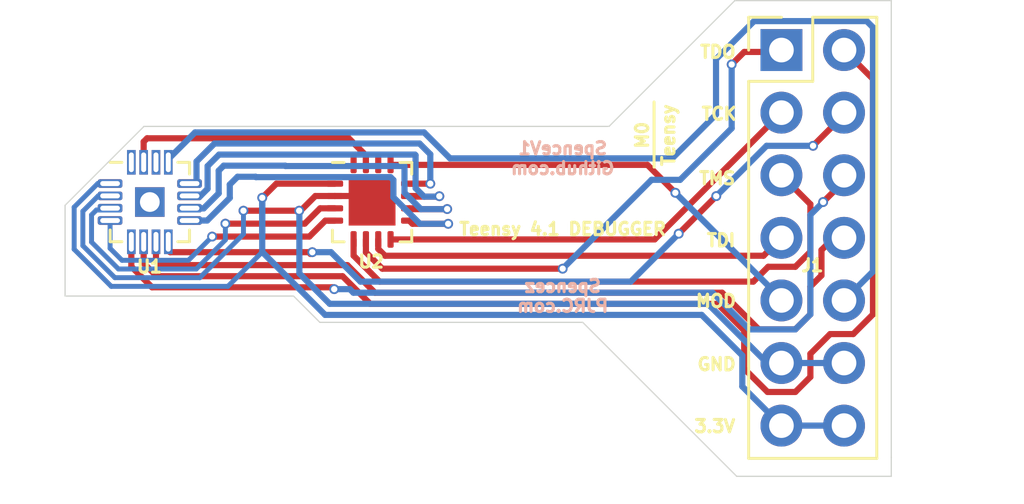
<source format=kicad_pcb>
(kicad_pcb (version 20171130) (host pcbnew "(5.1.9)-1")

  (general
    (thickness 1.6)
    (drawings 25)
    (tracks 229)
    (zones 0)
    (modules 3)
    (nets 25)
  )

  (page A4)
  (layers
    (0 F.Cu signal)
    (31 B.Cu signal)
    (32 B.Adhes user hide)
    (33 F.Adhes user hide)
    (34 B.Paste user hide)
    (35 F.Paste user hide)
    (36 B.SilkS user)
    (37 F.SilkS user)
    (38 B.Mask user)
    (39 F.Mask user)
    (40 Dwgs.User user)
    (41 Cmts.User user)
    (42 Eco1.User user)
    (43 Eco2.User user)
    (44 Edge.Cuts user)
    (45 Margin user)
    (46 B.CrtYd user)
    (47 F.CrtYd user)
    (48 B.Fab user)
    (49 F.Fab user)
  )

  (setup
    (last_trace_width 0.2)
    (trace_clearance 0.1524)
    (zone_clearance 0.508)
    (zone_45_only no)
    (trace_min 0.2)
    (via_size 0.8)
    (via_drill 0.4)
    (via_min_size 0.4)
    (via_min_drill 0.3)
    (uvia_size 0.3)
    (uvia_drill 0.1)
    (uvias_allowed no)
    (uvia_min_size 0.2)
    (uvia_min_drill 0.1)
    (edge_width 0.05)
    (segment_width 0.2)
    (pcb_text_width 0.3)
    (pcb_text_size 1.5 1.5)
    (mod_edge_width 0.12)
    (mod_text_size 1 1)
    (mod_text_width 0.15)
    (pad_size 1.2 1.2)
    (pad_drill 0.8)
    (pad_to_mask_clearance 0)
    (aux_axis_origin 0 0)
    (visible_elements 7FFFFFFF)
    (pcbplotparams
      (layerselection 0x010fc_ffffffff)
      (usegerberextensions false)
      (usegerberattributes true)
      (usegerberadvancedattributes true)
      (creategerberjobfile true)
      (excludeedgelayer true)
      (linewidth 0.100000)
      (plotframeref false)
      (viasonmask false)
      (mode 1)
      (useauxorigin false)
      (hpglpennumber 1)
      (hpglpenspeed 20)
      (hpglpendiameter 15.000000)
      (psnegative false)
      (psa4output false)
      (plotreference true)
      (plotvalue true)
      (plotinvisibletext false)
      (padsonsilk false)
      (subtractmaskfromsilk false)
      (outputformat 1)
      (mirror false)
      (drillshape 1)
      (scaleselection 1)
      (outputdirectory ""))
  )

  (net 0 "")
  (net 1 "Net-(U1-Pad3)")
  (net 2 "Net-(U1-Pad4)")
  (net 3 "Net-(U1-Pad14)")
  (net 4 "Net-(U1-Pad15)")
  (net 5 "Net-(U1-Pad16)")
  (net 6 "Net-(U1-Pad17)")
  (net 7 "Net-(J1-Pad6)")
  (net 8 "Net-(J1-Pad5)")
  (net 9 "Net-(J1-Pad4)")
  (net 10 "Net-(J1-Pad3)")
  (net 11 "Net-(J1-Pad2)")
  (net 12 "Net-(J1-Pad1)")
  (net 13 "Net-(J1-Pad7)")
  (net 14 "Net-(J1-Pad8)")
  (net 15 "Net-(J1-Pad9)")
  (net 16 "Net-(J1-Pad10)")
  (net 17 "Net-(J1-Pad11)")
  (net 18 "Net-(J1-Pad13)")
  (net 19 "Net-(U1-Pad12)")
  (net 20 "Net-(U1-Pad11)")
  (net 21 "Net-(U1-Pad10)")
  (net 22 "Net-(U1-Pad9)")
  (net 23 "Net-(U2-Pad14)")
  (net 24 "Net-(U2-Pad16)")

  (net_class Default "This is the default net class."
    (clearance 0.1524)
    (trace_width 0.2)
    (via_dia 0.8)
    (via_drill 0.4)
    (uvia_dia 0.3)
    (uvia_drill 0.1)
    (add_net "Net-(J1-Pad1)")
    (add_net "Net-(J1-Pad10)")
    (add_net "Net-(J1-Pad11)")
    (add_net "Net-(J1-Pad13)")
    (add_net "Net-(J1-Pad2)")
    (add_net "Net-(J1-Pad3)")
    (add_net "Net-(J1-Pad4)")
    (add_net "Net-(J1-Pad5)")
    (add_net "Net-(J1-Pad6)")
    (add_net "Net-(J1-Pad7)")
    (add_net "Net-(J1-Pad8)")
    (add_net "Net-(J1-Pad9)")
    (add_net "Net-(U1-Pad10)")
    (add_net "Net-(U1-Pad11)")
    (add_net "Net-(U1-Pad12)")
    (add_net "Net-(U1-Pad14)")
    (add_net "Net-(U1-Pad15)")
    (add_net "Net-(U1-Pad16)")
    (add_net "Net-(U1-Pad17)")
    (add_net "Net-(U1-Pad3)")
    (add_net "Net-(U1-Pad4)")
    (add_net "Net-(U1-Pad9)")
    (add_net "Net-(U2-Pad14)")
    (add_net "Net-(U2-Pad16)")
  )

  (module Package_DFN_QFN:QFN-16-1EP_3x3mm_P0.5mm_EP1.9x1.9mm (layer F.Cu) (tedit 60063384) (tstamp 5FF2D162)
    (at 116.08816 97.53092)
    (descr "QFN, 16 Pin (https://www.nxp.com/docs/en/package-information/98ASA00525D.pdf), generated with kicad-footprint-generator ipc_noLead_generator.py")
    (tags "QFN NoLead")
    (path /5FEF7CA2)
    (attr smd)
    (fp_text reference U1 (at -0.01016 2.62128) (layer F.SilkS)
      (effects (font (size 0.5 0.5) (thickness 0.125)))
    )
    (fp_text value MKL02Z32VFG4 (at -0.26416 5.46608) (layer F.Fab)
      (effects (font (size 1 1) (thickness 0.15)))
    )
    (fp_line (start 1.135 -1.61) (end 1.61 -1.61) (layer F.SilkS) (width 0.12))
    (fp_line (start 1.61 -1.61) (end 1.61 -1.135) (layer F.SilkS) (width 0.12))
    (fp_line (start -1.135 1.61) (end -1.61 1.61) (layer F.SilkS) (width 0.12))
    (fp_line (start -1.61 1.61) (end -1.61 1.135) (layer F.SilkS) (width 0.12))
    (fp_line (start 1.135 1.61) (end 1.61 1.61) (layer F.SilkS) (width 0.12))
    (fp_line (start 1.61 1.61) (end 1.61 1.135) (layer F.SilkS) (width 0.12))
    (fp_line (start -1.135 -1.61) (end -1.61 -1.61) (layer F.SilkS) (width 0.12))
    (fp_line (start -0.75 -1.5) (end 1.5 -1.5) (layer F.Fab) (width 0.1))
    (fp_line (start 1.5 -1.5) (end 1.5 1.5) (layer F.Fab) (width 0.1))
    (fp_line (start 1.5 1.5) (end -1.5 1.5) (layer F.Fab) (width 0.1))
    (fp_line (start -1.5 1.5) (end -1.5 -0.75) (layer F.Fab) (width 0.1))
    (fp_line (start -1.5 -0.75) (end -0.75 -1.5) (layer F.Fab) (width 0.1))
    (fp_line (start -2.1 -2.1) (end -2.1 2.1) (layer F.CrtYd) (width 0.05))
    (fp_line (start -2.1 2.1) (end 2.1 2.1) (layer F.CrtYd) (width 0.05))
    (fp_line (start 2.1 2.1) (end 2.1 -2.1) (layer F.CrtYd) (width 0.05))
    (fp_line (start 2.1 -2.1) (end -2.1 -2.1) (layer F.CrtYd) (width 0.05))
    (fp_text user %R (at 0 0) (layer F.Fab)
      (effects (font (size 0.75 0.75) (thickness 0.11)))
    )
    (pad "" smd roundrect (at 0.475 0.475) (size 0.77 0.77) (layers F.Paste) (roundrect_rratio 0.25))
    (pad "" smd roundrect (at 0.475 -0.475) (size 0.77 0.77) (layers F.Paste) (roundrect_rratio 0.25))
    (pad "" smd roundrect (at -0.475 0.475) (size 0.77 0.77) (layers F.Paste) (roundrect_rratio 0.25))
    (pad "" smd roundrect (at -0.475 -0.475) (size 0.77 0.77) (layers F.Paste) (roundrect_rratio 0.25))
    (pad 17 thru_hole rect (at 0 0) (size 1.2 1.2) (drill 0.8) (layers *.Cu *.Mask)
      (net 6 "Net-(U1-Pad17)"))
    (pad 16 thru_hole rect (at -0.75 -1.6125) (size 0.35 1) (drill oval 0.2 0.8) (layers *.Cu *.Mask)
      (net 5 "Net-(U1-Pad16)"))
    (pad 15 thru_hole rect (at -0.25 -1.6125) (size 0.35 1) (drill oval 0.2 0.8) (layers *.Cu *.Mask)
      (net 4 "Net-(U1-Pad15)"))
    (pad 14 thru_hole rect (at 0.25 -1.6125) (size 0.35 1) (drill oval 0.2 0.8) (layers *.Cu *.Mask)
      (net 3 "Net-(U1-Pad14)"))
    (pad 13 thru_hole rect (at 0.75 -1.6125) (size 0.35 1) (drill oval 0.2 0.8) (layers *.Cu *.Mask)
      (net 16 "Net-(J1-Pad10)"))
    (pad 12 thru_hole roundrect (at 1.6125 -0.75) (size 1 0.35) (drill oval 0.8 0.2) (layers *.Cu *.Mask) (roundrect_rratio 0.25)
      (net 19 "Net-(U1-Pad12)"))
    (pad 11 thru_hole roundrect (at 1.6125 -0.25) (size 1 0.35) (drill oval 0.8 0.2) (layers *.Cu *.Mask) (roundrect_rratio 0.25)
      (net 20 "Net-(U1-Pad11)"))
    (pad 10 thru_hole roundrect (at 1.6125 0.25) (size 1 0.35) (drill oval 0.8 0.2) (layers *.Cu *.Mask) (roundrect_rratio 0.25)
      (net 21 "Net-(U1-Pad10)"))
    (pad 9 thru_hole roundrect (at 1.6125 0.75) (size 1 0.35) (drill oval 0.8 0.2) (layers *.Cu *.Mask) (roundrect_rratio 0.25)
      (net 22 "Net-(U1-Pad9)"))
    (pad 8 thru_hole rect (at 0.75 1.6125) (size 0.35 1) (drill oval 0.2 0.8) (layers *.Cu *.Mask)
      (net 9 "Net-(J1-Pad4)") (clearance 0.00001))
    (pad 7 thru_hole rect (at 0.25 1.6125) (size 0.35 1) (drill oval 0.2 0.8) (layers *.Cu *.Mask)
      (net 14 "Net-(J1-Pad8)") (clearance 0.000001))
    (pad 6 thru_hole rect (at -0.25 1.6125) (size 0.35 1) (drill oval 0.2 0.8) (layers *.Cu *.Mask)
      (net 11 "Net-(J1-Pad2)") (solder_mask_margin 0.000001) (clearance 0.00001))
    (pad 5 thru_hole rect (at -0.75 1.6125) (size 0.35 1) (drill oval 0.2 0.8) (layers *.Cu *.Mask)
      (net 7 "Net-(J1-Pad6)") (clearance 0.00001))
    (pad 4 thru_hole roundrect (at -1.6125 0.75) (size 1 0.35) (drill oval 0.8 0.2) (layers *.Cu *.Mask) (roundrect_rratio 0.25)
      (net 2 "Net-(U1-Pad4)") (clearance 0.0001))
    (pad 3 thru_hole roundrect (at -1.6125 0.25) (size 1 0.35) (drill oval 0.8 0.2) (layers *.Cu *.Mask) (roundrect_rratio 0.25)
      (net 1 "Net-(U1-Pad3)") (clearance 0.0001))
    (pad 2 thru_hole roundrect (at -1.6125 -0.25) (size 1 0.35) (drill oval 0.8 0.2) (layers *.Cu *.Mask) (roundrect_rratio 0.25)
      (net 17 "Net-(J1-Pad11)") (clearance 0.0001))
    (pad 1 thru_hole roundrect (at -1.6125 -0.75) (size 1 0.35) (drill oval 0.8 0.2) (layers *.Cu *.Mask) (roundrect_rratio 0.25)
      (net 18 "Net-(J1-Pad13)") (clearance 0.00001))
    (model ${KISYS3DMOD}/Package_DFN_QFN.3dshapes/QFN-16-1EP_3x3mm_P0.5mm_EP1.9x1.9mm.wrl
      (at (xyz 0 0 0))
      (scale (xyz 1 1 1))
      (rotate (xyz 0 0 0))
    )
    (model "3D Models/Teensy_4.1_Assembly.STEP"
      (offset (xyz -3.25 -20.95 -2))
      (scale (xyz 1 1 1))
      (rotate (xyz 0 0 90))
    )
  )

  (module Connector_PinHeader_2.54mm:PinHeader_2x07_P2.54mm_Vertical (layer F.Cu) (tedit 59FED5CC) (tstamp 5FF2F54D)
    (at 141.7193 91.3638)
    (descr "Through hole straight pin header, 2x07, 2.54mm pitch, double rows")
    (tags "Through hole pin header THT 2x07 2.54mm double row")
    (path /5FF34813)
    (fp_text reference J1 (at 1.2573 8.7376) (layer F.SilkS)
      (effects (font (size 0.5 0.5) (thickness 0.125)))
    )
    (fp_text value Conn_02x07_Odd_Even (at 1.27 17.57) (layer F.Fab)
      (effects (font (size 1 1) (thickness 0.15)))
    )
    (fp_line (start 0 -1.27) (end 3.81 -1.27) (layer F.Fab) (width 0.1))
    (fp_line (start 3.81 -1.27) (end 3.81 16.51) (layer F.Fab) (width 0.1))
    (fp_line (start 3.81 16.51) (end -1.27 16.51) (layer F.Fab) (width 0.1))
    (fp_line (start -1.27 16.51) (end -1.27 0) (layer F.Fab) (width 0.1))
    (fp_line (start -1.27 0) (end 0 -1.27) (layer F.Fab) (width 0.1))
    (fp_line (start -1.33 16.57) (end 3.87 16.57) (layer F.SilkS) (width 0.12))
    (fp_line (start -1.33 1.27) (end -1.33 16.57) (layer F.SilkS) (width 0.12))
    (fp_line (start 3.87 -1.33) (end 3.87 16.57) (layer F.SilkS) (width 0.12))
    (fp_line (start -1.33 1.27) (end 1.27 1.27) (layer F.SilkS) (width 0.12))
    (fp_line (start 1.27 1.27) (end 1.27 -1.33) (layer F.SilkS) (width 0.12))
    (fp_line (start 1.27 -1.33) (end 3.87 -1.33) (layer F.SilkS) (width 0.12))
    (fp_line (start -1.33 0) (end -1.33 -1.33) (layer F.SilkS) (width 0.12))
    (fp_line (start -1.33 -1.33) (end 0 -1.33) (layer F.SilkS) (width 0.12))
    (fp_line (start -1.8 -1.8) (end -1.8 17.05) (layer F.CrtYd) (width 0.05))
    (fp_line (start -1.8 17.05) (end 4.35 17.05) (layer F.CrtYd) (width 0.05))
    (fp_line (start 4.35 17.05) (end 4.35 -1.8) (layer F.CrtYd) (width 0.05))
    (fp_line (start 4.35 -1.8) (end -1.8 -1.8) (layer F.CrtYd) (width 0.05))
    (fp_text user %R (at 1.27 7.62 90) (layer F.Fab)
      (effects (font (size 1 1) (thickness 0.15)))
    )
    (pad 1 thru_hole rect (at 0 0) (size 1.7 1.7) (drill 1) (layers *.Cu *.Mask)
      (net 12 "Net-(J1-Pad1)"))
    (pad 2 thru_hole oval (at 2.54 0) (size 1.7 1.7) (drill 1) (layers *.Cu *.Mask)
      (net 11 "Net-(J1-Pad2)"))
    (pad 3 thru_hole oval (at 0 2.54) (size 1.7 1.7) (drill 1) (layers *.Cu *.Mask)
      (net 10 "Net-(J1-Pad3)"))
    (pad 4 thru_hole oval (at 2.54 2.54) (size 1.7 1.7) (drill 1) (layers *.Cu *.Mask)
      (net 9 "Net-(J1-Pad4)"))
    (pad 5 thru_hole oval (at 0 5.08) (size 1.7 1.7) (drill 1) (layers *.Cu *.Mask)
      (net 8 "Net-(J1-Pad5)"))
    (pad 6 thru_hole oval (at 2.54 5.08) (size 1.7 1.7) (drill 1) (layers *.Cu *.Mask)
      (net 7 "Net-(J1-Pad6)"))
    (pad 7 thru_hole oval (at 0 7.62) (size 1.7 1.7) (drill 1) (layers *.Cu *.Mask)
      (net 13 "Net-(J1-Pad7)"))
    (pad 8 thru_hole oval (at 2.54 7.62) (size 1.7 1.7) (drill 1) (layers *.Cu *.Mask)
      (net 14 "Net-(J1-Pad8)"))
    (pad 9 thru_hole oval (at 0 10.16) (size 1.7 1.7) (drill 1) (layers *.Cu *.Mask)
      (net 15 "Net-(J1-Pad9)"))
    (pad 10 thru_hole oval (at 2.54 10.16) (size 1.7 1.7) (drill 1) (layers *.Cu *.Mask)
      (net 16 "Net-(J1-Pad10)"))
    (pad 11 thru_hole oval (at 0 12.7) (size 1.7 1.7) (drill 1) (layers *.Cu *.Mask)
      (net 17 "Net-(J1-Pad11)"))
    (pad 12 thru_hole oval (at 2.54 12.7) (size 1.7 1.7) (drill 1) (layers *.Cu *.Mask)
      (net 17 "Net-(J1-Pad11)"))
    (pad 13 thru_hole oval (at 0 15.24) (size 1.7 1.7) (drill 1) (layers *.Cu *.Mask)
      (net 18 "Net-(J1-Pad13)"))
    (pad 14 thru_hole oval (at 2.54 15.24) (size 1.7 1.7) (drill 1) (layers *.Cu *.Mask)
      (net 18 "Net-(J1-Pad13)"))
    (model ${KISYS3DMOD}/Connector_PinHeader_2.54mm.3dshapes/PinHeader_2x07_P2.54mm_Vertical.wrl
      (at (xyz 0 0 0))
      (scale (xyz 1 1 1))
      (rotate (xyz 0 0 0))
    )
  )

  (module Package_DFN_QFN:QFN-16-1EP_3x3mm_P0.5mm_EP1.9x1.9mm (layer F.Cu) (tedit 5DC5F6A3) (tstamp 5FF2F577)
    (at 125.1077 97.536)
    (descr "QFN, 16 Pin (https://www.nxp.com/docs/en/package-information/98ASA00525D.pdf), generated with kicad-footprint-generator ipc_noLead_generator.py")
    (tags "QFN NoLead")
    (path /5FF2C098)
    (attr smd)
    (fp_text reference U2 (at -0.0381 2.413) (layer F.SilkS)
      (effects (font (size 0.5 0.5) (thickness 0.125)))
    )
    (fp_text value MKL02Z32VFG4 (at 0.6223 6.731) (layer F.Fab)
      (effects (font (size 1 1) (thickness 0.15)))
    )
    (fp_line (start 2.1 -2.1) (end -2.1 -2.1) (layer F.CrtYd) (width 0.05))
    (fp_line (start 2.1 2.1) (end 2.1 -2.1) (layer F.CrtYd) (width 0.05))
    (fp_line (start -2.1 2.1) (end 2.1 2.1) (layer F.CrtYd) (width 0.05))
    (fp_line (start -2.1 -2.1) (end -2.1 2.1) (layer F.CrtYd) (width 0.05))
    (fp_line (start -1.5 -0.75) (end -0.75 -1.5) (layer F.Fab) (width 0.1))
    (fp_line (start -1.5 1.5) (end -1.5 -0.75) (layer F.Fab) (width 0.1))
    (fp_line (start 1.5 1.5) (end -1.5 1.5) (layer F.Fab) (width 0.1))
    (fp_line (start 1.5 -1.5) (end 1.5 1.5) (layer F.Fab) (width 0.1))
    (fp_line (start -0.75 -1.5) (end 1.5 -1.5) (layer F.Fab) (width 0.1))
    (fp_line (start -1.135 -1.61) (end -1.61 -1.61) (layer F.SilkS) (width 0.12))
    (fp_line (start 1.61 1.61) (end 1.61 1.135) (layer F.SilkS) (width 0.12))
    (fp_line (start 1.135 1.61) (end 1.61 1.61) (layer F.SilkS) (width 0.12))
    (fp_line (start -1.61 1.61) (end -1.61 1.135) (layer F.SilkS) (width 0.12))
    (fp_line (start -1.135 1.61) (end -1.61 1.61) (layer F.SilkS) (width 0.12))
    (fp_line (start 1.61 -1.61) (end 1.61 -1.135) (layer F.SilkS) (width 0.12))
    (fp_line (start 1.135 -1.61) (end 1.61 -1.61) (layer F.SilkS) (width 0.12))
    (fp_text user %R (at 0 0) (layer F.Fab)
      (effects (font (size 0.75 0.75) (thickness 0.11)))
    )
    (pad "" smd roundrect (at 0.475 0.475) (size 0.77 0.77) (layers F.Paste) (roundrect_rratio 0.25))
    (pad "" smd roundrect (at 0.475 -0.475) (size 0.77 0.77) (layers F.Paste) (roundrect_rratio 0.25))
    (pad "" smd roundrect (at -0.475 0.475) (size 0.77 0.77) (layers F.Paste) (roundrect_rratio 0.25))
    (pad "" smd roundrect (at -0.475 -0.475) (size 0.77 0.77) (layers F.Paste) (roundrect_rratio 0.25))
    (pad 17 smd rect (at 0 0) (size 1.9 1.9) (layers F.Cu F.Mask)
      (net 17 "Net-(J1-Pad11)"))
    (pad 16 smd roundrect (at -0.75 -1.5125) (size 0.25 0.675) (layers F.Cu F.Paste F.Mask) (roundrect_rratio 0.25)
      (net 24 "Net-(U2-Pad16)"))
    (pad 15 smd roundrect (at -0.25 -1.5125) (size 0.25 0.675) (layers F.Cu F.Paste F.Mask) (roundrect_rratio 0.25)
      (net 4 "Net-(U1-Pad15)"))
    (pad 14 smd roundrect (at 0.25 -1.5125) (size 0.25 0.675) (layers F.Cu F.Paste F.Mask) (roundrect_rratio 0.25)
      (net 23 "Net-(U2-Pad14)"))
    (pad 13 smd roundrect (at 0.75 -1.5125) (size 0.25 0.675) (layers F.Cu F.Paste F.Mask) (roundrect_rratio 0.25)
      (net 15 "Net-(J1-Pad9)"))
    (pad 12 smd roundrect (at 1.5125 -0.75) (size 0.675 0.25) (layers F.Cu F.Paste F.Mask) (roundrect_rratio 0.25)
      (net 19 "Net-(U1-Pad12)"))
    (pad 11 smd roundrect (at 1.5125 -0.25) (size 0.675 0.25) (layers F.Cu F.Paste F.Mask) (roundrect_rratio 0.25)
      (net 20 "Net-(U1-Pad11)"))
    (pad 10 smd roundrect (at 1.5125 0.25) (size 0.675 0.25) (layers F.Cu F.Paste F.Mask) (roundrect_rratio 0.25)
      (net 21 "Net-(U1-Pad10)"))
    (pad 9 smd roundrect (at 1.5125 0.75) (size 0.675 0.25) (layers F.Cu F.Paste F.Mask) (roundrect_rratio 0.25)
      (net 22 "Net-(U1-Pad9)"))
    (pad 8 smd roundrect (at 0.75 1.5125) (size 0.25 0.675) (layers F.Cu F.Paste F.Mask) (roundrect_rratio 0.25)
      (net 10 "Net-(J1-Pad3)"))
    (pad 7 smd roundrect (at 0.25 1.5125) (size 0.25 0.675) (layers F.Cu F.Paste F.Mask) (roundrect_rratio 0.25)
      (net 13 "Net-(J1-Pad7)"))
    (pad 6 smd roundrect (at -0.25 1.5125) (size 0.25 0.675) (layers F.Cu F.Paste F.Mask) (roundrect_rratio 0.25)
      (net 12 "Net-(J1-Pad1)"))
    (pad 5 smd roundrect (at -0.75 1.5125) (size 0.25 0.675) (layers F.Cu F.Paste F.Mask) (roundrect_rratio 0.25)
      (net 8 "Net-(J1-Pad5)"))
    (pad 4 smd roundrect (at -1.5125 0.75) (size 0.675 0.25) (layers F.Cu F.Paste F.Mask) (roundrect_rratio 0.25)
      (net 2 "Net-(U1-Pad4)"))
    (pad 3 smd roundrect (at -1.5125 0.25) (size 0.675 0.25) (layers F.Cu F.Paste F.Mask) (roundrect_rratio 0.25)
      (net 1 "Net-(U1-Pad3)"))
    (pad 2 smd roundrect (at -1.5125 -0.25) (size 0.675 0.25) (layers F.Cu F.Paste F.Mask) (roundrect_rratio 0.25)
      (net 17 "Net-(J1-Pad11)"))
    (pad 1 smd roundrect (at -1.5125 -0.75) (size 0.675 0.25) (layers F.Cu F.Paste F.Mask) (roundrect_rratio 0.25)
      (net 18 "Net-(J1-Pad13)"))
    (model ${KISYS3DMOD}/Package_DFN_QFN.3dshapes/QFN-16-1EP_3x3mm_P0.5mm_EP1.9x1.9mm.wrl
      (at (xyz 0 0 0))
      (scale (xyz 1 1 1))
      (rotate (xyz 0 0 0))
    )
  )

  (gr_text "SpenceV1\nGithub.com" (at 132.842 95.758) (layer B.SilkS) (tstamp 60987241)
    (effects (font (size 0.5 0.5) (thickness 0.125)) (justify mirror))
  )
  (gr_text "Teensy 4.1 DEBUGGER" (at 132.842 98.6282) (layer F.SilkS) (tstamp 60986DFC)
    (effects (font (size 0.5 0.5) (thickness 0.125)))
  )
  (gr_line (start 136.5504 96.1136) (end 136.5504 93.472) (layer F.SilkS) (width 0.12))
  (gr_text M0 (at 136.0678 94.8182 90) (layer F.SilkS) (tstamp 60066BEC)
    (effects (font (size 0.5 0.5) (thickness 0.125)))
  )
  (gr_text Teensy (at 137.1346 94.8182 90) (layer F.SilkS)
    (effects (font (size 0.5 0.5) (thickness 0.125)))
  )
  (gr_text "Spencez\nPJRC.com" (at 132.842 101.346) (layer B.SilkS)
    (effects (font (size 0.5 0.5) (thickness 0.125)) (justify mirror))
  )
  (gr_text TDO (at 139.1412 91.44) (layer F.SilkS)
    (effects (font (size 0.5 0.5) (thickness 0.125)))
  )
  (gr_text TCK (at 139.192 93.9546) (layer F.SilkS)
    (effects (font (size 0.5 0.5) (thickness 0.125)))
  )
  (gr_text TMS (at 139.1158 96.5708) (layer F.SilkS)
    (effects (font (size 0.5 0.5) (thickness 0.125)))
  )
  (gr_text TDI (at 139.2682 99.0854) (layer F.SilkS)
    (effects (font (size 0.5 0.5) (thickness 0.125)))
  )
  (gr_text MOD (at 139.065 101.5492) (layer F.SilkS)
    (effects (font (size 0.5 0.5) (thickness 0.125)))
  )
  (gr_text GND (at 139.0904 104.1146) (layer F.SilkS)
    (effects (font (size 0.5 0.5) (thickness 0.125)))
  )
  (gr_text 3.3V (at 139.0142 106.6292) (layer F.SilkS)
    (effects (font (size 0.5 0.5) (thickness 0.125)))
  )
  (gr_line (start 112.649 97.663) (end 115.8494 94.4626) (layer Edge.Cuts) (width 0.05) (tstamp 60062701))
  (gr_line (start 134.7216 94.4626) (end 139.827 89.3572) (layer Edge.Cuts) (width 0.05) (tstamp 5FF342D5))
  (gr_line (start 146.177 89.3572) (end 139.827 89.3572) (layer Edge.Cuts) (width 0.05))
  (gr_line (start 146.177 107.8865) (end 146.177 108.6612) (layer Edge.Cuts) (width 0.05) (tstamp 5FF342A2))
  (gr_line (start 139.9032 108.6612) (end 146.177 108.6612) (layer Edge.Cuts) (width 0.05))
  (gr_line (start 133.6548 102.4128) (end 139.9032 108.6612) (layer Edge.Cuts) (width 0.05))
  (gr_line (start 122.9868 102.4128) (end 133.6548 102.4128) (layer Edge.Cuts) (width 0.05))
  (gr_line (start 121.92 101.346) (end 122.9868 102.4128) (layer Edge.Cuts) (width 0.05))
  (gr_line (start 112.649 101.346) (end 121.92 101.346) (layer Edge.Cuts) (width 0.05))
  (gr_line (start 146.177 89.3572) (end 146.177 107.8865) (layer Edge.Cuts) (width 0.05))
  (gr_line (start 112.649 101.346) (end 112.649 97.663) (layer Edge.Cuts) (width 0.05) (tstamp 5FF0B2FE))
  (gr_line (start 115.8494 94.4626) (end 134.7216 94.4626) (layer Edge.Cuts) (width 0.05) (tstamp 5FF0B345))

  (segment (start 123.5952 97.786) (end 122.99799 97.786) (width 0.25) (layer F.Cu) (net 1))
  (via (at 119.154658 98.408) (size 0.4) (drill 0.254) (layers F.Cu B.Cu) (net 1))
  (segment (start 122.37599 98.408) (end 119.154658 98.408) (width 0.25) (layer F.Cu) (net 1))
  (segment (start 122.99799 97.786) (end 122.37599 98.408) (width 0.25) (layer F.Cu) (net 1))
  (segment (start 119.154658 99.065896) (end 119.154658 98.408) (width 0.2) (layer B.Cu) (net 1))
  (segment (start 117.972323 100.248231) (end 119.154658 99.065896) (width 0.2) (layer B.Cu) (net 1))
  (segment (start 114.815266 100.248231) (end 117.972323 100.248231) (width 0.2) (layer B.Cu) (net 1))
  (segment (start 113.72325 99.156214) (end 114.815266 100.248231) (width 0.2) (layer B.Cu) (net 1))
  (segment (start 113.922364 97.85351) (end 113.72325 98.052624) (width 0.2) (layer B.Cu) (net 1))
  (segment (start 113.72325 98.052624) (end 113.72325 99.156214) (width 0.2) (layer B.Cu) (net 1))
  (segment (start 114.41429 97.85351) (end 113.922364 97.85351) (width 0.2) (layer B.Cu) (net 1))
  (segment (start 114.47566 97.79214) (end 114.41429 97.85351) (width 0.2) (layer B.Cu) (net 1))
  (segment (start 114.47566 97.78092) (end 114.47566 97.79214) (width 0.2) (layer B.Cu) (net 1))
  (via (at 118.618 98.933) (size 0.4) (drill 0.254) (layers F.Cu B.Cu) (net 2))
  (segment (start 122.562678 98.933) (end 118.618 98.933) (width 0.25) (layer F.Cu) (net 2))
  (segment (start 123.209678 98.286) (end 122.562678 98.933) (width 0.25) (layer F.Cu) (net 2))
  (segment (start 123.5952 98.286) (end 123.209678 98.286) (width 0.25) (layer F.Cu) (net 2))
  (segment (start 117.655179 99.895821) (end 118.618 98.933) (width 0.2) (layer B.Cu) (net 2))
  (segment (start 114.961239 99.895821) (end 117.655179 99.895821) (width 0.2) (layer B.Cu) (net 2))
  (segment (start 114.47566 99.410242) (end 114.961239 99.895821) (width 0.2) (layer B.Cu) (net 2))
  (segment (start 114.47566 98.28092) (end 114.47566 99.410242) (width 0.2) (layer B.Cu) (net 2))
  (segment (start 115.978181 94.943419) (end 115.83816 95.08344) (width 0.25) (layer F.Cu) (net 4))
  (segment (start 124.163141 94.943419) (end 115.978181 94.943419) (width 0.25) (layer F.Cu) (net 4))
  (segment (start 124.8577 95.637978) (end 124.163141 94.943419) (width 0.25) (layer F.Cu) (net 4))
  (segment (start 115.83816 95.08344) (end 115.83816 95.81842) (width 0.25) (layer F.Cu) (net 4))
  (segment (start 124.8577 96.0235) (end 124.8577 95.637978) (width 0.25) (layer F.Cu) (net 4))
  (via (at 143.411924 97.5311) (size 0.4) (drill 0.254) (layers F.Cu B.Cu) (net 7))
  (segment (start 144.2593 96.683724) (end 143.411924 97.5311) (width 0.25) (layer F.Cu) (net 7))
  (segment (start 144.2593 96.4438) (end 144.2593 96.683724) (width 0.25) (layer F.Cu) (net 7))
  (segment (start 142.283301 102.698801) (end 140.417801 102.698801) (width 0.25) (layer B.Cu) (net 7))
  (segment (start 142.894301 102.087801) (end 142.283301 102.698801) (width 0.25) (layer B.Cu) (net 7))
  (segment (start 142.894301 98.048723) (end 142.894301 102.087801) (width 0.25) (layer B.Cu) (net 7))
  (segment (start 143.411924 97.5311) (end 142.894301 98.048723) (width 0.25) (layer B.Cu) (net 7))
  (segment (start 140.417801 102.698801) (end 138.930021 101.211021) (width 0.25) (layer B.Cu) (net 7))
  (via (at 123.571 101.066018) (size 0.4) (drill 0.254) (layers F.Cu B.Cu) (net 7))
  (segment (start 138.930021 101.211021) (end 124.350421 101.211021) (width 0.25) (layer B.Cu) (net 7))
  (segment (start 124.205418 101.066018) (end 123.571 101.066018) (width 0.25) (layer B.Cu) (net 7))
  (segment (start 124.350421 101.211021) (end 124.205418 101.066018) (width 0.25) (layer B.Cu) (net 7))
  (segment (start 123.496008 100.991026) (end 123.571 101.066018) (width 0.25) (layer F.Cu) (net 7))
  (segment (start 116.178818 100.991026) (end 123.496008 100.991026) (width 0.25) (layer F.Cu) (net 7))
  (segment (start 115.33816 100.15037) (end 116.178818 100.991026) (width 0.25) (layer F.Cu) (net 7))
  (segment (start 115.33816 99.24342) (end 115.33816 100.15037) (width 0.25) (layer F.Cu) (net 7))
  (segment (start 142.894301 97.618801) (end 141.7193 96.4438) (width 0.25) (layer F.Cu) (net 8))
  (segment (start 142.894301 99.547801) (end 142.894301 97.618801) (width 0.25) (layer F.Cu) (net 8))
  (segment (start 141.180709 100.158801) (end 142.283301 100.158801) (width 0.25) (layer F.Cu) (net 8))
  (segment (start 140.578499 100.761011) (end 141.180709 100.158801) (width 0.25) (layer F.Cu) (net 8))
  (segment (start 125.411869 100.761011) (end 140.578499 100.761011) (width 0.25) (layer F.Cu) (net 8))
  (segment (start 124.3577 99.706842) (end 125.411869 100.761011) (width 0.25) (layer F.Cu) (net 8))
  (segment (start 142.283301 100.158801) (end 142.894301 99.547801) (width 0.25) (layer F.Cu) (net 8))
  (segment (start 124.3577 99.0485) (end 124.3577 99.706842) (width 0.25) (layer F.Cu) (net 8))
  (via (at 143.002 95.25) (size 0.4) (drill 0.254) (layers F.Cu B.Cu) (net 9))
  (segment (start 144.2593 93.9927) (end 143.002 95.25) (width 0.25) (layer F.Cu) (net 9))
  (segment (start 144.2593 93.9038) (end 144.2593 93.9927) (width 0.25) (layer F.Cu) (net 9))
  (via (at 139.074282 97.291282) (size 0.4) (drill 0.254) (layers F.Cu B.Cu) (net 9))
  (segment (start 141.115564 95.25) (end 139.074282 97.291282) (width 0.25) (layer B.Cu) (net 9))
  (segment (start 143.002 95.25) (end 141.115564 95.25) (width 0.25) (layer B.Cu) (net 9))
  (via (at 137.550282 98.815282) (size 0.4) (drill 0.254) (layers F.Cu B.Cu) (net 9))
  (segment (start 139.074282 97.291282) (end 137.550282 98.815282) (width 0.25) (layer F.Cu) (net 9))
  (segment (start 137.550282 98.815282) (end 135.604553 100.761011) (width 0.25) (layer B.Cu) (net 9))
  (segment (start 135.604553 100.761011) (end 124.637011 100.761011) (width 0.25) (layer B.Cu) (net 9))
  (via (at 122.682 99.566009) (size 0.4) (drill 0.254) (layers F.Cu B.Cu) (net 9))
  (segment (start 123.442009 99.566009) (end 124.637011 100.761011) (width 0.25) (layer B.Cu) (net 9))
  (segment (start 122.682 99.566009) (end 123.442009 99.566009) (width 0.25) (layer B.Cu) (net 9))
  (segment (start 122.60701 99.640999) (end 122.682 99.566009) (width 0.25) (layer F.Cu) (net 9))
  (segment (start 116.83816 99.24342) (end 116.83816 99.31216) (width 0.25) (layer F.Cu) (net 9))
  (segment (start 116.914209 99.566009) (end 122.682 99.566009) (width 0.25) (layer F.Cu) (net 9))
  (segment (start 116.83816 99.48996) (end 116.914209 99.566009) (width 0.25) (layer F.Cu) (net 9))
  (segment (start 116.83816 99.24342) (end 116.83816 99.48996) (width 0.25) (layer F.Cu) (net 9))
  (segment (start 136.5746 99.0485) (end 141.7193 93.9038) (width 0.25) (layer F.Cu) (net 10))
  (segment (start 125.8577 99.0485) (end 136.5746 99.0485) (width 0.25) (layer F.Cu) (net 10))
  (segment (start 115.83816 100.01396) (end 115.83816 99.24342) (width 0.25) (layer F.Cu) (net 11))
  (segment (start 144.2593 91.3638) (end 145.434301 92.538801) (width 0.25) (layer F.Cu) (net 11))
  (segment (start 123.909018 100.541018) (end 116.365217 100.541017) (width 0.25) (layer F.Cu) (net 11))
  (segment (start 139.127795 101.664205) (end 125.032205 101.664205) (width 0.25) (layer F.Cu) (net 11))
  (segment (start 125.032205 101.664205) (end 123.909018 100.541018) (width 0.25) (layer F.Cu) (net 11))
  (segment (start 145.434301 92.538801) (end 145.434301 102.087801) (width 0.25) (layer F.Cu) (net 11))
  (segment (start 116.365217 100.541017) (end 115.83816 100.01396) (width 0.25) (layer F.Cu) (net 11))
  (segment (start 145.434301 102.087801) (end 144.633303 102.888799) (width 0.25) (layer F.Cu) (net 11))
  (segment (start 140.208 102.74441) (end 139.127795 101.664205) (width 0.25) (layer F.Cu) (net 11))
  (segment (start 142.283301 105.238801) (end 141.155299 105.238801) (width 0.25) (layer F.Cu) (net 11))
  (segment (start 140.208 104.291502) (end 140.208 102.74441) (width 0.25) (layer F.Cu) (net 11))
  (segment (start 144.633303 102.888799) (end 143.695299 102.888799) (width 0.25) (layer F.Cu) (net 11))
  (segment (start 143.695299 102.888799) (end 142.894301 103.689797) (width 0.25) (layer F.Cu) (net 11))
  (segment (start 142.894301 104.627801) (end 142.283301 105.238801) (width 0.25) (layer F.Cu) (net 11))
  (segment (start 141.155299 105.238801) (end 140.208 104.291502) (width 0.25) (layer F.Cu) (net 11))
  (segment (start 142.894301 103.689797) (end 142.894301 104.627801) (width 0.25) (layer F.Cu) (net 11))
  (via (at 132.842 100.23601) (size 0.4) (drill 0.254) (layers F.Cu B.Cu) (net 12))
  (segment (start 125.523278 100.23601) (end 132.842 100.23601) (width 0.25) (layer F.Cu) (net 12))
  (segment (start 124.8577 99.570432) (end 125.523278 100.23601) (width 0.25) (layer F.Cu) (net 12))
  (segment (start 124.8577 99.0485) (end 124.8577 99.570432) (width 0.25) (layer F.Cu) (net 12))
  (via (at 139.7 91.948) (size 0.4) (drill 0.254) (layers F.Cu B.Cu) (net 12))
  (segment (start 139.7 94.538488) (end 139.7 91.948) (width 0.25) (layer B.Cu) (net 12))
  (segment (start 137.608489 96.629999) (end 139.7 94.538488) (width 0.25) (layer B.Cu) (net 12))
  (segment (start 136.448011 96.629999) (end 137.608489 96.629999) (width 0.25) (layer B.Cu) (net 12))
  (segment (start 132.842 100.23601) (end 136.448011 96.629999) (width 0.25) (layer B.Cu) (net 12))
  (segment (start 139.7 91.948) (end 140.208 91.44) (width 0.25) (layer F.Cu) (net 12))
  (segment (start 141.6431 91.44) (end 141.7193 91.3638) (width 0.25) (layer F.Cu) (net 12))
  (segment (start 140.208 91.44) (end 141.6431 91.44) (width 0.25) (layer F.Cu) (net 12))
  (segment (start 140.99209 99.71101) (end 141.7193 98.9838) (width 0.25) (layer F.Cu) (net 13))
  (segment (start 125.634688 99.71101) (end 140.99209 99.71101) (width 0.25) (layer F.Cu) (net 13))
  (segment (start 125.3577 99.434022) (end 125.634688 99.71101) (width 0.25) (layer F.Cu) (net 13))
  (segment (start 125.3577 99.0485) (end 125.3577 99.434022) (width 0.25) (layer F.Cu) (net 13))
  (segment (start 143.344311 99.479689) (end 143.8402 98.9838) (width 0.25) (layer F.Cu) (net 14))
  (segment (start 142.894301 100.959799) (end 143.344311 100.509789) (width 0.25) (layer F.Cu) (net 14))
  (segment (start 142.894301 102.087801) (end 142.894301 100.959799) (width 0.25) (layer F.Cu) (net 14))
  (segment (start 139.311021 101.211021) (end 140.798801 102.698801) (width 0.25) (layer F.Cu) (net 14))
  (segment (start 143.8402 98.9838) (end 144.2593 98.9838) (width 0.25) (layer F.Cu) (net 14))
  (segment (start 125.225468 101.21102) (end 139.311021 101.211021) (width 0.25) (layer F.Cu) (net 14))
  (segment (start 140.798801 102.698801) (end 142.283301 102.698801) (width 0.25) (layer F.Cu) (net 14))
  (segment (start 124.105457 100.091009) (end 125.225468 101.21102) (width 0.25) (layer F.Cu) (net 14))
  (segment (start 116.4843 100.091008) (end 124.105457 100.091009) (width 0.25) (layer F.Cu) (net 14))
  (segment (start 143.344311 100.509789) (end 143.344311 99.479689) (width 0.25) (layer F.Cu) (net 14))
  (segment (start 142.283301 102.698801) (end 142.894301 102.087801) (width 0.25) (layer F.Cu) (net 14))
  (segment (start 116.33816 99.944868) (end 116.4843 100.091008) (width 0.25) (layer F.Cu) (net 14))
  (segment (start 116.33816 99.24342) (end 116.33816 99.944868) (width 0.25) (layer F.Cu) (net 14))
  (via (at 137.414 97.155) (size 0.4) (drill 0.254) (layers F.Cu B.Cu) (net 15))
  (segment (start 136.2825 96.0235) (end 137.414 97.155) (width 0.25) (layer F.Cu) (net 15))
  (segment (start 125.8577 96.0235) (end 136.2825 96.0235) (width 0.25) (layer F.Cu) (net 15))
  (segment (start 141.7193 101.4603) (end 141.7193 101.5238) (width 0.25) (layer B.Cu) (net 15))
  (segment (start 137.414 97.155) (end 141.7193 101.4603) (width 0.25) (layer B.Cu) (net 15))
  (segment (start 117.92387 94.7055) (end 116.83816 95.79121) (width 0.25) (layer B.Cu) (net 16))
  (segment (start 127.21891 94.7055) (end 117.92387 94.7055) (width 0.25) (layer B.Cu) (net 16))
  (segment (start 128.27 95.75659) (end 127.21891 94.7055) (width 0.25) (layer B.Cu) (net 16))
  (segment (start 137.287 95.758) (end 128.27 95.758) (width 0.25) (layer B.Cu) (net 16))
  (segment (start 139.065 93.98) (end 137.287 95.758) (width 0.25) (layer B.Cu) (net 16))
  (segment (start 128.27 95.758) (end 128.27 95.75659) (width 0.25) (layer B.Cu) (net 16))
  (segment (start 139.065 91.733098) (end 139.065 93.98) (width 0.25) (layer B.Cu) (net 16))
  (segment (start 140.609299 90.188799) (end 139.065 91.733098) (width 0.25) (layer B.Cu) (net 16))
  (segment (start 145.179799 90.188799) (end 140.609299 90.188799) (width 0.25) (layer B.Cu) (net 16))
  (segment (start 145.434301 100.348799) (end 145.434301 90.443301) (width 0.25) (layer B.Cu) (net 16))
  (segment (start 145.434301 90.443301) (end 145.179799 90.188799) (width 0.25) (layer B.Cu) (net 16))
  (segment (start 144.2593 101.5238) (end 145.434301 100.348799) (width 0.25) (layer B.Cu) (net 16))
  (segment (start 124.8577 97.286) (end 125.1077 97.536) (width 0.25) (layer F.Cu) (net 17))
  (segment (start 123.5952 97.286) (end 124.8577 97.286) (width 0.25) (layer F.Cu) (net 17))
  (segment (start 123.5952 97.286) (end 122.805 97.286) (width 0.25) (layer F.Cu) (net 17))
  (segment (start 122.208 97.883) (end 119.888 97.883) (width 0.25) (layer F.Cu) (net 17))
  (via (at 119.888 97.883) (size 0.4) (drill 0.254) (layers F.Cu B.Cu) (net 17))
  (segment (start 122.805 97.286) (end 122.208 97.883) (width 0.25) (layer F.Cu) (net 17))
  (segment (start 141.7193 104.0638) (end 141.136864 104.0638) (width 0.25) (layer B.Cu) (net 17))
  (segment (start 122.156999 97.890736) (end 122.149263 97.883) (width 0.25) (layer B.Cu) (net 17))
  (segment (start 122.156999 100.429019) (end 122.156999 97.890736) (width 0.25) (layer B.Cu) (net 17))
  (via (at 122.149263 97.883) (size 0.4) (drill 0.254) (layers F.Cu B.Cu) (net 17))
  (segment (start 123.389011 101.661031) (end 122.156999 100.429019) (width 0.25) (layer B.Cu) (net 17))
  (segment (start 138.734095 101.661031) (end 123.389011 101.661031) (width 0.25) (layer B.Cu) (net 17))
  (segment (start 141.136864 104.0638) (end 138.734095 101.661031) (width 0.25) (layer B.Cu) (net 17))
  (segment (start 141.7193 104.0638) (end 144.2593 104.0638) (width 0.25) (layer B.Cu) (net 17))
  (segment (start 119.888 98.830937) (end 119.888 97.883) (width 0.2) (layer B.Cu) (net 17))
  (segment (start 118.118296 100.600641) (end 119.888 98.830937) (width 0.2) (layer B.Cu) (net 17))
  (segment (start 113.37084 99.302187) (end 114.669293 100.600641) (width 0.2) (layer B.Cu) (net 17))
  (segment (start 113.37084 97.905034) (end 113.37084 99.302187) (width 0.2) (layer B.Cu) (net 17))
  (segment (start 113.994954 97.28092) (end 113.37084 97.905034) (width 0.2) (layer B.Cu) (net 17))
  (segment (start 114.669293 100.600641) (end 118.118296 100.600641) (width 0.2) (layer B.Cu) (net 17))
  (segment (start 114.47566 97.28092) (end 113.994954 97.28092) (width 0.2) (layer B.Cu) (net 17))
  (via (at 120.65 97.358) (size 0.4) (drill 0.254) (layers F.Cu B.Cu) (net 18))
  (segment (start 121.222 96.786) (end 120.65 97.358) (width 0.25) (layer F.Cu) (net 18))
  (segment (start 123.5952 96.786) (end 121.222 96.786) (width 0.25) (layer F.Cu) (net 18))
  (segment (start 120.65 97.358) (end 120.65 98.95082) (width 0.25) (layer B.Cu) (net 18))
  (segment (start 144.2593 106.6038) (end 141.7193 106.6038) (width 0.25) (layer B.Cu) (net 18))
  (segment (start 141.7193 106.6038) (end 140.1318 105.0163) (width 0.25) (layer B.Cu) (net 18))
  (segment (start 140.1318 105.0163) (end 140.1318 103.759) (width 0.25) (layer B.Cu) (net 18))
  (segment (start 140.1318 103.759) (end 138.483841 102.111041) (width 0.25) (layer B.Cu) (net 18))
  (segment (start 123.202611 102.111041) (end 138.483841 102.111041) (width 0.25) (layer B.Cu) (net 18))
  (segment (start 120.65 99.55843) (end 123.202611 102.111041) (width 0.25) (layer B.Cu) (net 18))
  (segment (start 120.65 97.358) (end 120.65 99.55843) (width 0.25) (layer B.Cu) (net 18))
  (segment (start 120.65 98.56732) (end 120.65 97.358) (width 0.2) (layer B.Cu) (net 18))
  (segment (start 119.255379 100.953051) (end 120.65 99.55843) (width 0.2) (layer B.Cu) (net 18))
  (segment (start 114.52332 100.953051) (end 119.255379 100.953051) (width 0.2) (layer B.Cu) (net 18))
  (segment (start 113.01843 99.448161) (end 114.52332 100.953051) (width 0.2) (layer B.Cu) (net 18))
  (segment (start 113.01843 97.73815) (end 113.01843 99.448161) (width 0.2) (layer B.Cu) (net 18))
  (segment (start 113.97566 96.78092) (end 113.01843 97.73815) (width 0.2) (layer B.Cu) (net 18))
  (segment (start 114.47566 96.78092) (end 113.97566 96.78092) (width 0.2) (layer B.Cu) (net 18))
  (via (at 127.4699 96.7867) (size 0.4) (drill 0.254) (layers F.Cu B.Cu) (net 19))
  (segment (start 127.4692 96.786) (end 127.4699 96.7867) (width 0.25) (layer F.Cu) (net 19))
  (segment (start 126.6202 96.786) (end 127.4692 96.786) (width 0.25) (layer F.Cu) (net 19))
  (segment (start 127.4699 96.7867) (end 127.4699 95.5929) (width 0.25) (layer B.Cu) (net 19))
  (segment (start 127.4699 95.5929) (end 127.03251 95.15551) (width 0.25) (layer B.Cu) (net 19))
  (segment (start 118.71249 95.15551) (end 117.983 95.885) (width 0.25) (layer B.Cu) (net 19))
  (segment (start 127.03251 95.15551) (end 118.71249 95.15551) (width 0.25) (layer B.Cu) (net 19))
  (segment (start 117.983 95.885) (end 117.983 96.805919) (width 0.25) (layer B.Cu) (net 19))
  (segment (start 117.83295 96.805919) (end 117.83295 96.745594) (width 0.25) (layer B.Cu) (net 19))
  (segment (start 117.983 96.805919) (end 117.83295 96.805919) (width 0.25) (layer B.Cu) (net 19))
  (segment (start 127.821199 97.311701) (end 127.8382 97.2947) (width 0.25) (layer F.Cu) (net 20))
  (segment (start 126.645901 97.311701) (end 127.821199 97.311701) (width 0.25) (layer F.Cu) (net 20))
  (via (at 127.8382 97.2947) (size 0.4) (drill 0.254) (layers F.Cu B.Cu) (net 20))
  (segment (start 126.6202 97.286) (end 126.645901 97.311701) (width 0.25) (layer F.Cu) (net 20))
  (segment (start 127.8382 97.2947) (end 127.821199 97.311701) (width 0.25) (layer B.Cu) (net 20))
  (segment (start 126.873 96.966802) (end 126.873 95.63241) (width 0.25) (layer B.Cu) (net 20))
  (segment (start 127.721901 97.311701) (end 127.217899 97.311701) (width 0.25) (layer B.Cu) (net 20))
  (segment (start 127.217899 97.311701) (end 126.873 96.966802) (width 0.25) (layer B.Cu) (net 20))
  (segment (start 127.738902 97.2947) (end 127.721901 97.311701) (width 0.25) (layer B.Cu) (net 20))
  (segment (start 127.8382 97.2947) (end 127.738902 97.2947) (width 0.25) (layer B.Cu) (net 20))
  (segment (start 126.873 95.63241) (end 126.84611 95.60552) (width 0.25) (layer B.Cu) (net 20))
  (segment (start 126.84611 95.60552) (end 118.89889 95.60552) (width 0.25) (layer B.Cu) (net 20))
  (segment (start 118.89889 95.60552) (end 118.43301 96.0714) (width 0.25) (layer B.Cu) (net 20))
  (segment (start 118.144409 97.28092) (end 117.83295 97.28092) (width 0.25) (layer B.Cu) (net 20))
  (segment (start 118.43301 96.992319) (end 118.144409 97.28092) (width 0.25) (layer B.Cu) (net 20))
  (segment (start 118.43301 96.0714) (end 118.43301 96.992319) (width 0.25) (layer B.Cu) (net 20))
  (via (at 128.1557 97.8154) (size 0.4) (drill 0.254) (layers F.Cu B.Cu) (net 21))
  (segment (start 128.151399 97.819701) (end 128.1557 97.8154) (width 0.25) (layer F.Cu) (net 21))
  (segment (start 126.653901 97.819701) (end 128.151399 97.819701) (width 0.25) (layer F.Cu) (net 21))
  (segment (start 126.6202 97.786) (end 126.653901 97.819701) (width 0.25) (layer F.Cu) (net 21))
  (segment (start 128.094502 97.8154) (end 128.090201 97.819701) (width 0.25) (layer B.Cu) (net 21))
  (segment (start 128.1557 97.8154) (end 128.094502 97.8154) (width 0.25) (layer B.Cu) (net 21))
  (segment (start 118.883019 97.17872) (end 118.271739 97.79) (width 0.25) (layer B.Cu) (net 21))
  (segment (start 121.58253 96.05553) (end 119.08529 96.05553) (width 0.25) (layer B.Cu) (net 21))
  (segment (start 121.59699 96.06999) (end 121.58253 96.05553) (width 0.25) (layer B.Cu) (net 21))
  (segment (start 126.42299 96.06999) (end 121.59699 96.06999) (width 0.25) (layer B.Cu) (net 21))
  (segment (start 126.42299 97.153202) (end 126.42299 96.06999) (width 0.25) (layer B.Cu) (net 21))
  (segment (start 119.08529 96.05553) (end 118.88302 96.2578) (width 0.25) (layer B.Cu) (net 21))
  (segment (start 127.089489 97.819701) (end 126.42299 97.153202) (width 0.25) (layer B.Cu) (net 21))
  (segment (start 118.88302 96.2578) (end 118.883019 97.17872) (width 0.25) (layer B.Cu) (net 21))
  (segment (start 128.151399 97.819701) (end 127.089489 97.819701) (width 0.25) (layer B.Cu) (net 21))
  (segment (start 118.271739 97.79) (end 117.83295 97.79) (width 0.25) (layer B.Cu) (net 21))
  (segment (start 128.1557 97.8154) (end 128.151399 97.819701) (width 0.25) (layer B.Cu) (net 21))
  (via (at 128.195611 98.414073) (size 0.4) (drill 0.254) (layers F.Cu B.Cu) (net 22))
  (segment (start 126.748273 98.414073) (end 128.195611 98.414073) (width 0.25) (layer F.Cu) (net 22))
  (segment (start 126.6202 98.286) (end 126.748273 98.414073) (width 0.25) (layer F.Cu) (net 22))
  (segment (start 117.83295 98.28092) (end 117.83295 98.326406) (width 0.25) (layer B.Cu) (net 22))
  (segment (start 118.417229 98.28092) (end 117.83295 98.28092) (width 0.25) (layer B.Cu) (net 22))
  (segment (start 119.333028 97.365121) (end 118.417229 98.28092) (width 0.25) (layer B.Cu) (net 22))
  (segment (start 119.333029 96.820971) (end 119.333028 97.365121) (width 0.25) (layer B.Cu) (net 22))
  (segment (start 119.64846 96.50554) (end 119.333029 96.820971) (width 0.25) (layer B.Cu) (net 22))
  (segment (start 120.38154 96.50554) (end 119.64846 96.50554) (width 0.25) (layer B.Cu) (net 22))
  (segment (start 120.396 96.52) (end 120.38154 96.50554) (width 0.25) (layer B.Cu) (net 22))
  (segment (start 125.857 96.52) (end 120.396 96.52) (width 0.25) (layer B.Cu) (net 22))
  (segment (start 125.97298 96.63598) (end 125.857 96.52) (width 0.25) (layer B.Cu) (net 22))
  (segment (start 125.97298 97.339602) (end 125.97298 96.63598) (width 0.25) (layer B.Cu) (net 22))
  (segment (start 127.047451 98.414073) (end 125.97298 97.339602) (width 0.25) (layer B.Cu) (net 22))
  (segment (start 128.195611 98.414073) (end 127.047451 98.414073) (width 0.25) (layer B.Cu) (net 22))

)

</source>
